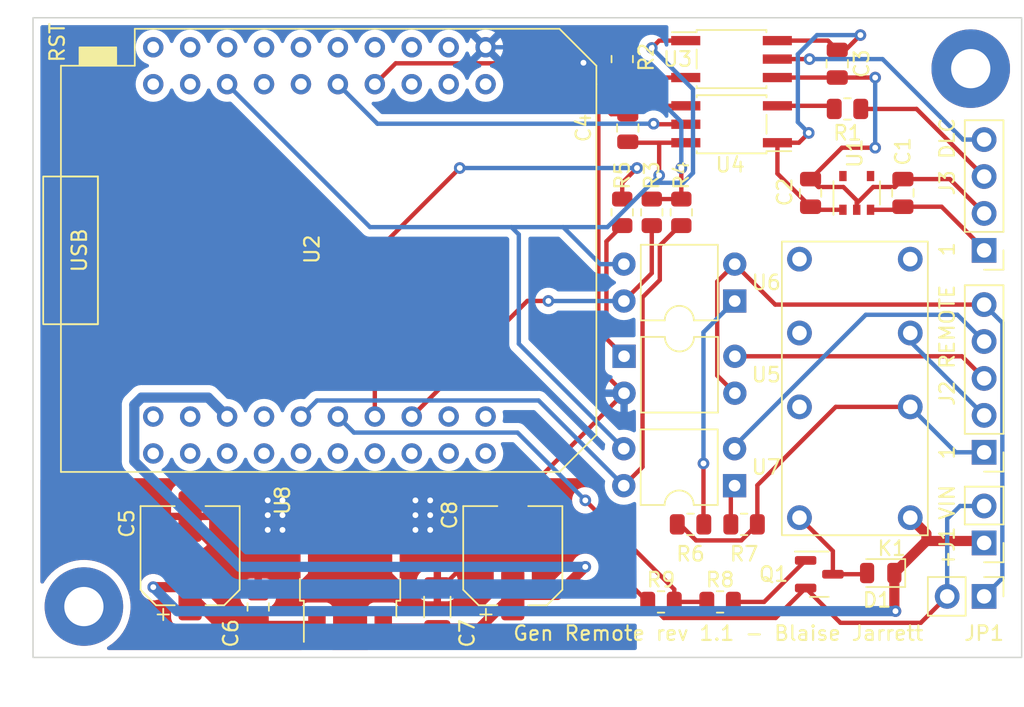
<source format=kicad_pcb>
(kicad_pcb (version 20211014) (generator pcbnew)
  (layers (0 "F.Cu" signal) (31 "B.Cu" signal) (34 "B.Paste" user) (35 "F.Paste" user) (36 "B.SilkS" user "B.Silkscreen") (37 "F.SilkS" user "F.Silkscreen") (38 "B.Mask" user) (39 "F.Mask" user) (44 "Edge.Cuts" user))
  (net 0 "")
  (net 1 "/DLC_BATT")
  (net 2 "/DLC_GND")
  (net 3 "Net-(C2-Pad1)")
  (net 4 "/G_TXD")
  (net 5 "Net-(R2-Pad1)")
  (net 6 "/SW_IO")
  (net 7 "Net-(R7-Pad2)")
  (net 19 "Net-(R5-Pad2)")
  (net 20 "/S_STRT")
  (net 25 "GND")
  (net 27 "/G_RXD")
  (net 28 "/S_IND")
  (net 29 "/S_GND")
  (net 30 "/STOP_IO")
  (net 31 "/START_IO")
  (net 32 "+BATT")
  (net 33 "VCC")
  (net 34 "Net-(Q1-Pad1)")
  (net 37 "/RUN_IO")
  (net 38 "+3V3")
  (net 39 "Net-(R6-Pad2)")
  (net 40 "/TDX_IO")
  (net 41 "/RXD_IO")
  (net 57 "Net-(J2-Pad1)")
  (net 58 "Net-(J2-Pad2)")
  (net 59 "Net-(D1-Pad2)")
  (net 60 "Net-(U4-Pad3)")
  (footprint "Capacitor_SMD:C_0805_2012Metric" (layer "F.Cu") (at 119.634 82.992 90)
    (fp_text reference "C2" (at 0.061 -1.778 90) (layer "F.SilkS"))
    (fp_text value "1uF")
    (pad "1" smd roundrect locked (at -0.95 0 90) (size 1 1.45) (layers "F.Cu" "F.Paste" "F.Mask") (net 3 "Net-(C2-Pad1)"))
    (pad "2" smd roundrect locked (at 0.95 0 90) (size 1 1.45) (layers "F.Cu" "F.Paste" "F.Mask") (net 2 "/DLC_GND"))
  )
  (footprint "Resistor_SMD:R_0805_2012Metric" (layer "F.Cu") (at 110.744 84.328 -90)
    (fp_text reference "R4" (at -2.54 0 90) (layer "F.SilkS"))
    (fp_text value "4k7" hide)
    (pad "1" smd roundrect locked (at -0.9125 0 270) (size 1.025 1.4) (layers "F.Cu" "F.Paste" "F.Mask") (roundrect_rratio 0.243902439) (net 25 "GND"))
    (pad "2" smd roundrect locked (at 0.9125 0 270) (size 1.025 1.4) (layers "F.Cu" "F.Paste" "F.Mask") (roundrect_rratio 0.243902439) (net 37 "/RUN_IO"))
  )
  (footprint "Connector_PinHeader_2.54mm:PinHeader_1x04_P2.54mm_Vertical" (layer "F.Cu") (at 131.572 86.944 180)
    (fp_text reference "J3" (at 2.54 4.648 90) (layer "F.SilkS"))
    (fp_text value "DLC" (at 2.54 7.696 90) (layer "F.SilkS"))
    (pad "1" thru_hole rect locked (at 0 0 180) (size 1.7 1.7) (drill 1) (layers *.Cu *.Mask) (net 1 "/DLC_BATT"))
    (pad "2" thru_hole oval locked (at 0 2.54 180) (size 1.7 1.7) (drill 1) (layers *.Cu *.Mask) (net 2 "/DLC_GND"))
    (pad "3" thru_hole oval locked (at 0 5.08 180) (size 1.7 1.7) (drill 1) (layers *.Cu *.Mask) (net 4 "/G_TXD"))
    (pad "4" thru_hole oval locked (at 0 7.62 180) (size 1.7 1.7) (drill 1) (layers *.Cu *.Mask) (net 27 "/G_RXD"))
  )
  (footprint "Package_SO:TSOP-5_1.65x3.05mm_P0.95mm" (layer "F.Cu") (at 122.809 82.992 90)
    (fp_text reference "U1" (at 2.728 -0.127 90) (layer "F.SilkS"))
    (fp_text value "NCP716B-5.0")
    (pad "1" smd rect locked (at -1.16 -0.95 90) (size 0.7 0.51) (layers "F.Cu" "F.Paste" "F.Mask") (net 3 "Net-(C2-Pad1)"))
    (pad "2" smd rect locked (at -1.16 0 90) (size 0.7 0.51) (layers "F.Cu" "F.Paste" "F.Mask") (net 2 "/DLC_GND"))
    (pad "3" smd rect locked (at -1.16 0.95 90) (size 0.7 0.51) (layers "F.Cu" "F.Paste" "F.Mask") (net 1 "/DLC_BATT"))
    (pad "4" smd rect locked (at 1.16 0.95 90) (size 0.7 0.51) (layers "F.Cu" "F.Paste" "F.Mask"))
    (pad "5" smd rect locked (at 1.16 -0.95 90) (size 0.7 0.51) (layers "F.Cu" "F.Paste" "F.Mask"))
  )
  (footprint "Resistor_SMD:R_0805_2012Metric" (layer "F.Cu") (at 113.411 111.125)
    (fp_text reference "R8" (at 0 -1.524) (layer "F.SilkS"))
    (fp_text value "1k")
    (pad "1" smd roundrect locked (at -0.9125 0) (size 1.025 1.4) (layers "F.Cu" "F.Paste" "F.Mask") (roundrect_rratio 0.243902439) (net 30 "/STOP_IO"))
    (pad "2" smd roundrect locked (at 0.9125 0) (size 1.025 1.4) (layers "F.Cu" "F.Paste" "F.Mask") (roundrect_rratio 0.243902439) (net 34 "Net-(Q1-Pad1)"))
  )
  (footprint "Resistor_SMD:R_0805_2012Metric" (layer "F.Cu") (at 115.062 105.791 180)
    (fp_text reference "R7" (at 0 -2.032) (layer "F.SilkS"))
    (fp_text value "1k")
    (pad "1" smd roundrect locked (at -0.9125 0 180) (size 1.025 1.4) (layers "F.Cu" "F.Paste" "F.Mask") (roundrect_rratio 0.243902439) (net 57 "Net-(J2-Pad1)"))
    (pad "2" smd roundrect locked (at 0.9125 0 180) (size 1.025 1.4) (layers "F.Cu" "F.Paste" "F.Mask") (roundrect_rratio 0.243902439) (net 7 "Net-(R7-Pad2)"))
  )
  (footprint "Resistor_SMD:R_0805_2012Metric" (layer "F.Cu") (at 108.712 84.328 -90)
    (fp_text reference "R3" (at -2.54 0 90) (layer "F.SilkS"))
    (fp_text value "4k7" hide)
    (pad "1" smd roundrect locked (at -0.9125 0 270) (size 1.025 1.4) (layers "F.Cu" "F.Paste" "F.Mask") (roundrect_rratio 0.243902439) (net 25 "GND"))
    (pad "2" smd roundrect locked (at 0.9125 0 270) (size 1.025 1.4) (layers "F.Cu" "F.Paste" "F.Mask") (roundrect_rratio 0.243902439) (net 6 "/SW_IO"))
  )
  (footprint "ESP32_mini:ESP32_mini" (layer "F.Cu") (at 85.852 86.944 -90)
    (fp_text reference "U2" (at -0.076 0.508 90) (layer "F.SilkS"))
    (fp_text value "esp32mini")
    (fp_text user "RST" (at -14.3 18.034 90) (layer "F.SilkS"))
    (fp_text user "USB" (at 0 16.51 90) (layer "F.SilkS"))
    (pad "1" thru_hole circle (at -13.97 -11.43 180) (size 1.4 1.4) (drill 0.8) (layers *.Cu *.Mask) (net 25 "GND"))
    (pad "2" thru_hole circle (at -11.43 -11.43 180) (size 1.4 1.4) (drill 0.8) (layers *.Cu *.Mask))
    (pad "3" thru_hole circle (at -13.97 -8.89 180) (size 1.4 1.4) (drill 0.8) (layers *.Cu *.Mask))
    (pad "4" thru_hole circle (at -11.43 -8.89 180) (size 1.4 1.4) (drill 0.8) (layers *.Cu *.Mask))
    (pad "5" thru_hole circle (at -13.97 -6.35 180) (size 1.4 1.4) (drill 0.8) (layers *.Cu *.Mask))
    (pad "6" thru_hole circle (at -11.43 -6.35 180) (size 1.4 1.4) (drill 0.8) (layers *.Cu *.Mask))
    (pad "7" thru_hole circle (at -13.97 -3.81 180) (size 1.4 1.4) (drill 0.8) (layers *.Cu *.Mask))
    (pad "8" thru_hole circle (at -11.43 -3.81 180) (size 1.4 1.4) (drill 0.8) (layers *.Cu *.Mask) (net 40 "/TDX_IO"))
    (pad "9" thru_hole circle (at -13.97 -1.27 180) (size 1.4 1.4) (drill 0.8) (layers *.Cu *.Mask))
    (pad "10" thru_hole circle (at -11.43 -1.27 180) (size 1.4 1.4) (drill 0.8) (layers *.Cu *.Mask) (net 41 "/RXD_IO"))
    (pad "11" thru_hole circle (at -13.97 1.27 180) (size 1.4 1.4) (drill 0.8) (layers *.Cu *.Mask))
    (pad "12" thru_hole circle (at -11.43 1.27 180) (size 1.4 1.4) (drill 0.8) (layers *.Cu *.Mask))
    (pad "13" thru_hole circle (at -13.97 3.81 180) (size 1.4 1.4) (drill 0.8) (layers *.Cu *.Mask))
    (pad "14" thru_hole circle (at -11.43 3.81 180) (size 1.4 1.4) (drill 0.8) (layers *.Cu *.Mask))
    (pad "15" thru_hole circle (at -13.97 6.35 180) (size 1.4 1.4) (drill 0.8) (layers *.Cu *.Mask))
    (pad "16" thru_hole circle (at -11.43 6.35 180) (size 1.4 1.4) (drill 0.8) (layers *.Cu *.Mask) (net 38 "+3V3"))
    (pad "17" thru_hole circle (at -13.97 8.89 180) (size 1.4 1.4) (drill 0.8) (layers *.Cu *.Mask))
    (pad "18" thru_hole circle (at -11.43 8.89 180) (size 1.4 1.4) (drill 0.8) (layers *.Cu *.Mask))
    (pad "19" thru_hole circle (at -13.97 11.43 180) (size 1.4 1.4) (drill 0.8) (layers *.Cu *.Mask))
    (pad "20" thru_hole circle (at -11.43 11.43 180) (size 1.4 1.4) (drill 0.8) (layers *.Cu *.Mask))
    (pad "21" thru_hole circle (at 11.43 -11.43 180) (size 1.4 1.4) (drill 0.8) (layers *.Cu *.Mask))
    (pad "22" thru_hole circle (at 13.97 -11.43 180) (size 1.4 1.4) (drill 0.8) (layers *.Cu *.Mask))
    (pad "23" thru_hole circle (at 11.43 -8.89 180) (size 1.4 1.4) (drill 0.8) (layers *.Cu *.Mask))
    (pad "24" thru_hole circle (at 13.97 -8.89 180) (size 1.4 1.4) (drill 0.8) (layers *.Cu *.Mask))
    (pad "25" thru_hole circle (at 11.43 -6.35 180) (size 1.4 1.4) (drill 0.8) (layers *.Cu *.Mask) (net 6 "/SW_IO"))
    (pad "26" thru_hole circle (at 13.97 -6.35 180) (size 1.4 1.4) (drill 0.8) (layers *.Cu *.Mask))
    (pad "27" thru_hole circle (at 11.43 -3.81 180) (size 1.4 1.4) (drill 0.8) (layers *.Cu *.Mask) (net 31 "/START_IO"))
    (pad "28" thru_hole circle (at 13.97 -3.81 180) (size 1.4 1.4) (drill 0.8) (layers *.Cu *.Mask))
    (pad "29" thru_hole circle (at 11.43 -1.27 180) (size 1.4 1.4) (drill 0.8) (layers *.Cu *.Mask) (net 30 "/STOP_IO"))
    (pad "30" thru_hole circle (at 13.97 -1.27 180) (size 1.4 1.4) (drill 0.8) (layers *.Cu *.Mask))
    (pad "31" thru_hole circle (at 11.43 1.27 180) (size 1.4 1.4) (drill 0.8) (layers *.Cu *.Mask) (net 37 "/RUN_IO"))
    (pad "32" thru_hole circle (at 13.97 1.27 180) (size 1.4 1.4) (drill 0.8) (layers *.Cu *.Mask))
    (pad "33" thru_hole circle (at 11.43 3.81 180) (size 1.4 1.4) (drill 0.8) (layers *.Cu *.Mask))
    (pad "34" thru_hole circle (at 13.97 3.81 180) (size 1.4 1.4) (drill 0.8) (layers *.Cu *.Mask))
    (pad "35" thru_hole circle (at 11.43 6.35 180) (size 1.4 1.4) (drill 0.8) (layers *.Cu *.Mask) (net 33 "VCC"))
    (pad "36" thru_hole circle (at 13.97 6.35 180) (size 1.4 1.4) (drill 0.8) (layers *.Cu *.Mask))
    (pad "37" thru_hole circle (at 11.43 8.89 180) (size 1.4 1.4) (drill 0.8) (layers *.Cu *.Mask))
    (pad "38" thru_hole circle (at 13.97 8.89 180) (size 1.4 1.4) (drill 0.8) (layers *.Cu *.Mask))
    (pad "39" thru_hole circle (at 11.43 11.43 180) (size 1.4 1.4) (drill 0.8) (layers *.Cu *.Mask))
    (pad "40" thru_hole circle (at 13.97 11.43 180) (size 1.4 1.4) (drill 0.8) (layers *.Cu *.Mask))
  )
  (footprint "Capacitor_SMD:C_0805_2012Metric" (layer "F.Cu") (at 107.061 78.524489 90)
    (fp_text reference "C4" (at 0 -3.048 90) (layer "F.SilkS"))
    (fp_text value "0.1uF")
    (pad "1" smd roundrect locked (at -0.95 0 90) (size 1 1.45) (layers "F.Cu" "F.Paste" "F.Mask") (net 38 "+3V3"))
    (pad "2" smd roundrect locked (at 0.95 0 90) (size 1 1.45) (layers "F.Cu" "F.Paste" "F.Mask") (net 25 "GND"))
  )
  (footprint "Resistor_SMD:R_0805_2012Metric" (layer "F.Cu") (at 106.68 84.328 -90)
    (fp_text reference "R5" (at -2.54 0 90) (layer "F.SilkS"))
    (fp_text value "220" hide)
    (pad "1" smd roundrect locked (at -0.9125 0 270) (size 1.025 1.4) (layers "F.Cu" "F.Paste" "F.Mask") (roundrect_rratio 0.243902439) (net 31 "/START_IO"))
    (pad "2" smd roundrect locked (at 0.9125 0 270) (size 1.025 1.4) (layers "F.Cu" "F.Paste" "F.Mask") (roundrect_rratio 0.243902439) (net 19 "Net-(R5-Pad2)"))
  )
  (footprint "Capacitor_SMD:C_0805_2012Metric" (layer "F.Cu") (at 81.642 111.474 90)
    (fp_text reference "C6" (at -1.81 -1.886 90) (layer "F.SilkS"))
    (fp_text value "0.1uF")
    (pad "1" smd roundrect locked (at -0.95 0 90) (size 1 1.45) (layers "F.Cu" "F.Paste" "F.Mask") (net 32 "+BATT"))
    (pad "2" smd roundrect locked (at 0.95 0 90) (size 1 1.45) (layers "F.Cu" "F.Paste" "F.Mask") (net 25 "GND"))
  )
  (footprint "Diode_SMD:D_0805_2012Metric" (layer "F.Cu") (at 124.46 109.139 180)
    (fp_text reference "D1" (at 0.254 -1.859) (layer "F.SilkS"))
    (fp_text value "D_Schottky")
    (pad "1" smd roundrect locked (at -0.9375 0 180) (size 0.975 1.4) (layers "F.Cu" "F.Paste" "F.Mask") (net 32 "+BATT"))
    (pad "2" smd roundrect locked (at 0.9375 0 180) (size 0.975 1.4) (layers "F.Cu" "F.Paste" "F.Mask") (net 59 "Net-(D1-Pad2)"))
  )
  (footprint "Capacitor_SMD:C_0805_2012Metric" (layer "F.Cu") (at 125.984 82.992 90)
    (fp_text reference "C1" (at 2.855 0 90) (layer "F.SilkS"))
    (fp_text value "1uF")
    (pad "1" smd roundrect locked (at -0.95 0 90) (size 1 1.45) (layers "F.Cu" "F.Paste" "F.Mask") (net 1 "/DLC_BATT"))
    (pad "2" smd roundrect locked (at 0.95 0 90) (size 1 1.45) (layers "F.Cu" "F.Paste" "F.Mask") (net 2 "/DLC_GND"))
  )
  (footprint "Package_SO:SO-5_4.4x3.6mm_P1.27mm" (layer "F.Cu") (at 114.204511 78.270489 180)
    (fp_text reference "U4" (at 0.1 -2.794) (layer "F.SilkS"))
    (fp_text value "TLP2312")
    (pad "1" smd rect locked (at -3.15 -1.27 180) (size 2 0.64) (layers "F.Cu" "F.Paste" "F.Mask") (net 3 "Net-(C2-Pad1)"))
    (pad "3" smd rect locked (at -3.15 1.27 180) (size 2 0.64) (layers "F.Cu" "F.Paste" "F.Mask") (net 60 "Net-(U4-Pad3)"))
    (pad "4" smd rect locked (at 3.15 1.27 180) (size 2 0.64) (layers "F.Cu" "F.Paste" "F.Mask") (net 25 "GND"))
    (pad "5" smd rect locked (at 3.15 0 180) (size 2 0.64) (layers "F.Cu" "F.Paste" "F.Mask") (net 41 "/RXD_IO"))
    (pad "6" smd rect locked (at 3.15 -1.27 180) (size 2 0.64) (layers "F.Cu" "F.Paste" "F.Mask") (net 38 "+3V3"))
  )
  (footprint "Capacitor_SMD:C_1206_3216Metric" (layer "F.Cu") (at 93.962 111.474 90)
    (fp_text reference "C7" (at -1.81 2.05 90) (layer "F.SilkS"))
    (fp_text value "10uF")
    (pad "1" smd roundrect locked (at -1.475 0 90) (size 1.15 1.8) (layers "F.Cu" "F.Paste" "F.Mask") (roundrect_rratio 0.2173913043) (net 33 "VCC"))
    (pad "2" smd roundrect locked (at 1.475 0 90) (size 1.15 1.8) (layers "F.Cu" "F.Paste" "F.Mask") (roundrect_rratio 0.2173913043) (net 25 "GND"))
  )
  (footprint "Capacitor_SMD:C_0805_2012Metric" (layer "F.Cu") (at 121.469 74.107 -90)
    (fp_text reference "C3" (at 0 -1.68 90) (layer "F.SilkS"))
    (fp_text value "0.1uF")
    (pad "1" smd roundrect locked (at -0.95 0 270) (size 1 1.45) (layers "F.Cu" "F.Paste" "F.Mask") (net 3 "Net-(C2-Pad1)"))
    (pad "2" smd roundrect locked (at 0.95 0 270) (size 1 1.45) (layers "F.Cu" "F.Paste" "F.Mask") (net 2 "/DLC_GND"))
  )
  (footprint "Package_DIP:DIP-4_W7.62mm" (layer "F.Cu") (at 114.407 103.129 180)
    (fp_text reference "U7" (at -2.179 1.275) (layer "F.SilkS"))
    (fp_text value "G3VM-61A1")
    (pad "1" thru_hole rect locked (at 0 0 180) (size 1.6 1.6) (drill 0.8) (layers *.Cu *.Mask) (net 7 "Net-(R7-Pad2)"))
    (pad "2" thru_hole oval locked (at 0 2.54 180) (size 1.6 1.6) (drill 0.8) (layers *.Cu *.Mask) (net 28 "/S_IND"))
    (pad "3" thru_hole oval locked (at 7.62 2.54 180) (size 1.6 1.6) (drill 0.8) (layers *.Cu *.Mask) (net 38 "+3V3"))
    (pad "4" thru_hole oval locked (at 7.62 0 180) (size 1.6 1.6) (drill 0.8) (layers *.Cu *.Mask) (net 37 "/RUN_IO"))
  )
  (footprint "MountingHole:MountingHole_2.7mm_M2.5_Pad" (layer "F.Cu") (at 130.652 74.444 180)
    (fp_text reference "REF**" hide)
    (fp_text value "MountingHole_2.7mm_M2.5_Pad" hide)
    (pad "1" thru_hole circle locked (at 0 0 180) (size 5.4 5.4) (drill 2.7) (layers *.Cu *.Mask))
  )
  (footprint "Package_TO_SOT_SMD:SOT-23" (layer "F.Cu") (at 120.232 109.22)
    (fp_text reference "Q1" (at -3.138 0) (layer "F.SilkS"))
    (fp_text value "NPN")
    (pad "1" smd roundrect locked (at -0.9375 -0.95) (size 1.475 0.6) (layers "F.Cu" "F.Paste" "F.Mask") (net 34 "Net-(Q1-Pad1)"))
    (pad "2" smd roundrect locked (at -0.9375 0.95) (size 1.475 0.6) (layers "F.Cu" "F.Paste" "F.Mask") (net 25 "GND"))
    (pad "3" smd roundrect locked (at 0.9375 0) (size 1.475 0.6) (layers "F.Cu" "F.Paste" "F.Mask") (net 59 "Net-(D1-Pad2)"))
  )
  (footprint "Capacitor_SMD:CP_Elec_6.3x5.8" (layer "F.Cu") (at 99.152 107.944 90)
    (fp_text reference "C8" (at 2.788 -4.35 90) (layer "F.SilkS"))
    (fp_text value "100uF")
    (pad "1" smd roundrect locked (at -2.7 0 90) (size 3.5 1.6) (layers "F.Cu" "F.Paste" "F.Mask") (roundrect_rratio 0.15625) (net 33 "VCC"))
    (pad "2" smd roundrect locked (at 2.7 0 90) (size 3.5 1.6) (layers "F.Cu" "F.Paste" "F.Mask") (roundrect_rratio 0.15625) (net 25 "GND"))
  )
  (footprint "Connector_PinHeader_2.54mm:PinHeader_1x05_P2.54mm_Vertical" (layer "F.Cu") (at 131.572 100.833 180)
    (fp_text reference "J2" (at 2.54 4.059 90) (layer "F.SilkS"))
    (fp_text value "REMOTE" (at 2.54 8.631 90) (layer "F.SilkS"))
    (pad "1" thru_hole rect locked (at 0 0 180) (size 1.7 1.7) (drill 1) (layers *.Cu *.Mask) (net 57 "Net-(J2-Pad1)"))
    (pad "2" thru_hole oval locked (at 0 2.54 180) (size 1.7 1.7) (drill 1) (layers *.Cu *.Mask) (net 58 "Net-(J2-Pad2)"))
    (pad "3" thru_hole oval locked (at 0 5.08 180) (size 1.7 1.7) (drill 1) (layers *.Cu *.Mask) (net 20 "/S_STRT"))
    (pad "4" thru_hole oval locked (at 0 7.62 180) (size 1.7 1.7) (drill 1) (layers *.Cu *.Mask) (net 28 "/S_IND"))
    (pad "5" thru_hole oval locked (at 0 10.16 180) (size 1.7 1.7) (drill 1) (layers *.Cu *.Mask) (net 29 "/S_GND"))
  )
  (footprint "Connector_PinHeader_2.54mm:PinHeader_1x02_P2.54mm_Vertical" (layer "F.Cu") (at 131.572 107.066 180)
    (fp_text reference "J1" (at 2.54 0.254 90) (layer "F.SilkS"))
    (fp_text value "VIN" (at 2.54 2.794 90) (layer "F.SilkS"))
    (pad "1" thru_hole rect locked (at 0 0 180) (size 1.7 1.7) (drill 1) (layers *.Cu *.Mask) (net 32 "+BATT"))
    (pad "2" thru_hole oval locked (at 0 2.54 180) (size 1.7 1.7) (drill 1) (layers *.Cu *.Mask) (net 25 "GND"))
  )
  (footprint "Connector_PinHeader_2.54mm:PinHeader_1x02_P2.54mm_Vertical" (layer "F.Cu") (at 131.572 110.744 -90)
    (fp_text reference "JP1" (at 2.54 0) (layer "F.SilkS"))
    (fp_text value "GND")
    (pad "1" thru_hole rect locked (at 0 0 270) (size 1.7 1.7) (drill 1) (layers *.Cu *.Mask) (net 29 "/S_GND"))
    (pad "2" thru_hole oval locked (at 0 2.54 270) (size 1.7 1.7) (drill 1) (layers *.Cu *.Mask) (net 25 "GND"))
  )
  (footprint "Resistor_SMD:R_0805_2012Metric" (layer "F.Cu") (at 109.347 111.125 180)
    (fp_text reference "R9" (at 0 1.524) (layer "F.SilkS"))
    (fp_text value "10k")
    (pad "1" smd roundrect locked (at -0.9125 0 180) (size 1.025 1.4) (layers "F.Cu" "F.Paste" "F.Mask") (roundrect_rratio 0.243902439) (net 30 "/STOP_IO"))
    (pad "2" smd roundrect locked (at 0.9125 0 180) (size 1.025 1.4) (layers "F.Cu" "F.Paste" "F.Mask") (roundrect_rratio 0.243902439) (net 25 "GND"))
  )
  (footprint "Package_DIP:DIP-4_W7.62mm" (layer "F.Cu") (at 114.417 90.429 180)
    (fp_text reference "U6" (at -2.169 1.275) (layer "F.SilkS"))
    (fp_text value "G3VM-61A1")
    (pad "1" thru_hole rect locked (at 0 0 180) (size 1.6 1.6) (drill 0.8) (layers *.Cu *.Mask) (net 39 "Net-(R6-Pad2)"))
    (pad "2" thru_hole oval locked (at 0 2.54 180) (size 1.6 1.6) (drill 0.8) (layers *.Cu *.Mask) (net 29 "/S_GND"))
    (pad "3" thru_hole oval locked (at 7.62 2.54 180) (size 1.6 1.6) (drill 0.8) (layers *.Cu *.Mask) (net 38 "+3V3"))
    (pad "4" thru_hole oval locked (at 7.62 0 180) (size 1.6 1.6) (drill 0.8) (layers *.Cu *.Mask) (net 6 "/SW_IO"))
  )
  (footprint "misc_parts:V23105A5003A201" (layer "F.Cu") (at 126.492 105.329 180)
    (fp_text reference "K1" (at 1.27 -2.113) (layer "F.SilkS"))
    (fp_text value "V23105A5003A201")
    (pad "1" thru_hole circle (at 0 0 180) (size 1.7 1.7) (drill 1) (layers *.Cu *.Mask) (net 32 "+BATT"))
    (pad "4" thru_hole circle (at 0 7.62 180) (size 1.7 1.7) (drill 1) (layers *.Cu *.Mask) (net 57 "Net-(J2-Pad1)"))
    (pad "6" thru_hole circle (at 0 12.7 180) (size 1.7 1.7) (drill 1) (layers *.Cu *.Mask) (net 58 "Net-(J2-Pad2)"))
    (pad "8" thru_hole circle (at 0 17.78 180) (size 1.7 1.7) (drill 1) (layers *.Cu *.Mask))
    (pad "9" thru_hole circle (at 7.62 17.78 180) (size 1.7 1.7) (drill 1) (layers *.Cu *.Mask))
    (pad "11" thru_hole circle (at 7.62 12.7 180) (size 1.7 1.7) (drill 1) (layers *.Cu *.Mask))
    (pad "13" thru_hole circle (at 7.62 7.62 180) (size 1.7 1.7) (drill 1) (layers *.Cu *.Mask))
    (pad "16" thru_hole circle (at 7.62 0 180) (size 1.7 1.7) (drill 1) (layers *.Cu *.Mask) (net 59 "Net-(D1-Pad2)"))
  )
  (footprint "Resistor_SMD:R_0805_2012Metric" (layer "F.Cu") (at 122.174 77.216 180)
    (fp_text reference "R1" (at 0 -1.65) (layer "F.SilkS"))
    (fp_text value "1k")
    (pad "1" smd roundrect locked (at -0.9125 0 180) (size 1.025 1.4) (layers "F.Cu" "F.Paste" "F.Mask") (roundrect_rratio 0.243902439) (net 4 "/G_TXD"))
    (pad "2" smd roundrect locked (at 0.9125 0 180) (size 1.025 1.4) (layers "F.Cu" "F.Paste" "F.Mask") (roundrect_rratio 0.243902439) (net 60 "Net-(U4-Pad3)"))
  )
  (footprint "Package_DIP:DIP-4_W7.62mm" (layer "F.Cu") (at 106.807 94.229)
    (fp_text reference "U5" (at 9.779 1.275) (layer "F.SilkS"))
    (fp_text value "G3VM-61A1")
    (pad "1" thru_hole rect locked (at 0 0) (size 1.6 1.6) (drill 0.8) (layers *.Cu *.Mask) (net 19 "Net-(R5-Pad2)"))
    (pad "2" thru_hole oval locked (at 0 2.54) (size 1.6 1.6) (drill 0.8) (layers *.Cu *.Mask) (net 25 "GND"))
    (pad "3" thru_hole oval locked (at 7.62 2.54) (size 1.6 1.6) (drill 0.8) (layers *.Cu *.Mask) (net 29 "/S_GND"))
    (pad "4" thru_hole oval locked (at 7.62 0) (size 1.6 1.6) (drill 0.8) (layers *.Cu *.Mask) (net 20 "/S_STRT"))
  )
  (footprint "MountingHole:MountingHole_2.7mm_M2.5_Pad" (layer "F.Cu") (at 69.652 111.444 180)
    (fp_text reference "REF**" hide)
    (fp_text value "MountingHole_2.7mm_M2.5_Pad" hide)
    (pad "1" thru_hole circle locked (at 0 0 180) (size 5.4 5.4) (drill 2.7) (layers *.Cu *.Mask))
  )
  (footprint "Resistor_SMD:R_0805_2012Metric" (layer "F.Cu") (at 106.68 73.787 90)
    (fp_text reference "R2" (at 0.127 1.651 90) (layer "F.SilkS"))
    (fp_text value "470")
    (pad "1" smd roundrect locked (at -0.9125 0 90) (size 1.025 1.4) (layers "F.Cu" "F.Paste" "F.Mask") (roundrect_rratio 0.243902439) (net 5 "Net-(R2-Pad1)"))
    (pad "2" smd roundrect locked (at 0.9125 0 90) (size 1.025 1.4) (layers "F.Cu" "F.Paste" "F.Mask") (roundrect_rratio 0.243902439) (net 40 "/TDX_IO"))
  )
  (footprint "Resistor_SMD:R_0805_2012Metric" (layer "F.Cu") (at 111.379 105.791)
    (fp_text reference "R6" (at 0 2.032) (layer "F.SilkS"))
    (fp_text value "1k")
    (pad "1" smd roundrect locked (at -0.9125 0) (size 1.025 1.4) (layers "F.Cu" "F.Paste" "F.Mask") (roundrect_rratio 0.243902439) (net 57 "Net-(J2-Pad1)"))
    (pad "2" smd roundrect locked (at 0.9125 0) (size 1.025 1.4) (layers "F.Cu" "F.Paste" "F.Mask") (roundrect_rratio 0.243902439) (net 39 "Net-(R6-Pad2)"))
  )
  (footprint "Package_TO_SOT_SMD:TO-252-2" (layer "F.Cu") (at 87.962 108.574 90)
    (fp_text reference "U8" (at 4.434 -4.65 90) (layer "F.SilkS"))
    (fp_text value "LF50_TO252")
    (pad "1" smd rect locked (at -4.2 -2.28 90) (size 2.2 1.2) (layers "F.Cu" "F.Paste" "F.Mask") (net 32 "+BATT"))
    (pad "2" smd rect locked (at 2.1 0 90) (size 6.4 5.8) (layers "F.Cu" "F.Mask") (net 25 "GND"))
    (pad "3" smd rect locked (at -4.2 2.28 90) (size 2.2 1.2) (layers "F.Cu" "F.Paste" "F.Mask") (net 33 "VCC"))
  )
  (footprint "Package_SO:SO-5_4.4x3.6mm_P1.27mm" (layer "F.Cu") (at 114.198 73.787)
    (fp_text reference "U3" (at -3.708 0) (layer "F.SilkS"))
    (fp_text value "TLP2312")
    (pad "1" smd rect locked (at -3.15 -1.27) (size 2 0.64) (layers "F.Cu" "F.Paste" "F.Mask") (net 38 "+3V3"))
    (pad "3" smd rect locked (at -3.15 1.27) (size 2 0.64) (layers "F.Cu" "F.Paste" "F.Mask") (net 5 "Net-(R2-Pad1)"))
    (pad "4" smd rect locked (at 3.15 1.27) (size 2 0.64) (layers "F.Cu" "F.Paste" "F.Mask") (net 2 "/DLC_GND"))
    (pad "5" smd rect locked (at 3.15 0) (size 2 0.64) (layers "F.Cu" "F.Paste" "F.Mask") (net 27 "/G_RXD"))
    (pad "6" smd rect locked (at 3.15 -1.27) (size 2 0.64) (layers "F.Cu" "F.Paste" "F.Mask") (net 3 "Net-(C2-Pad1)"))
  )
  (footprint "Capacitor_SMD:CP_Elec_6.3x5.8" (layer "F.Cu") (at 76.957 107.944 90)
    (fp_text reference "C5" (at 2.205 -4.35 90) (layer "F.SilkS"))
    (fp_text value "100uF")
    (pad "1" smd roundrect locked (at -2.7 0 90) (size 3.5 1.6) (layers "F.Cu" "F.Paste" "F.Mask") (roundrect_rratio 0.15625) (net 32 "+BATT"))
    (pad "2" smd roundrect locked (at 2.7 0 90) (size 3.5 1.6) (layers "F.Cu" "F.Paste" "F.Mask") (roundrect_rratio 0.15625) (net 25 "GND"))
  )
  (gr_rect (start 134.152 114.944) (end 66.152 70.944) (layer "Edge.Cuts") (width 0.1) (fill none))
  (gr_text "1" (at 129.032 86.868 90) (layer "F.SilkS") (effects (font (size 1 1))))
  (gr_text "Gen Remote rev 1.1 - Blaise Jarrett" (at 113.284 113.284) (layer "F.SilkS") (effects (font (size 1 1))))
  (gr_text "+" (at 129.032 108.204 90) (layer "F.SilkS") (effects (font (size 1 1))))
  (gr_text "1" (at 129.032 100.838 90) (layer "F.SilkS") (effects (font (size 1 1))))
  (segment (start 125.984 83.942) (end 128.646 83.942) (width 0.3) (layer "F.Cu") (net 1))
  (segment (start 131.572 86.868) (end 131.572 86.944) (width 0.3) (layer "F.Cu") (net 1))
  (segment (start 123.759 84.152) (end 125.774 84.152) (width 0.3) (layer "F.Cu") (net 1))
  (segment (start 128.646 83.942) (end 131.572 86.868) (width 0.3) (layer "F.Cu") (net 1))
  (segment (start 125.774 84.152) (end 125.984 83.942) (width 0.3) (layer "F.Cu") (net 1))
  (segment (start 125.440489 82.585511) (end 123.94 82.585511) (width 0.3) (layer "F.Cu") (net 2))
  (segment (start 123.94 82.585511) (end 122.809 83.716511) (width 0.3) (layer "F.Cu") (net 2))
  (segment (start 122.809 84.152) (end 122.809 83.502) (width 0.3) (layer "F.Cu") (net 2))
  (segment (start 125.984 82.042) (end 125.440489 82.585511) (width 0.3) (layer "F.Cu") (net 2))
  (segment (start 119.634 82.042) (end 121.793 79.883) (width 0.3) (layer "F.Cu") (net 2))
  (segment (start 121.793 79.883) (end 124.079 79.883) (width 0.3) (layer "F.Cu") (net 2))
  (segment (start 120.177511 82.585511) (end 119.634 82.042) (width 0.3) (layer "F.Cu") (net 2))
  (segment (start 129.21 82.042) (end 131.572 84.404) (width 0.3) (layer "F.Cu") (net 2))
  (segment (start 121.892511 82.585511) (end 120.177511 82.585511) (width 0.3) (layer "F.Cu") (net 2))
  (segment (start 117.348 75.057) (end 124.079 75.057) (width 0.3) (layer "F.Cu") (net 2))
  (segment (start 125.984 82.042) (end 129.21 82.042) (width 0.3) (layer "F.Cu") (net 2))
  (segment (start 122.809 83.502) (end 121.892511 82.585511) (width 0.3) (layer "F.Cu") (net 2))
  (via (at 124.079 75.057) (size 0.8) (drill 0.4) (layers "F.Cu" "B.Cu") (net 2))
  (via (at 124.079 79.883) (size 0.8) (drill 0.4) (layers "F.Cu" "B.Cu") (net 2))
  (segment (start 124.079 75.057) (end 124.079 79.883) (width 0.3) (layer "B.Cu") (net 2))
  (segment (start 121.469 73.157) (end 122.042 73.157) (width 0.3) (layer "F.Cu") (net 3))
  (segment (start 120.829 72.517) (end 121.469 73.157) (width 0.3) (layer "F.Cu") (net 3))
  (segment (start 117.348 72.517) (end 120.829 72.517) (width 0.3) (layer "F.Cu") (net 3))
  (segment (start 121.859 84.152) (end 119.844 84.152) (width 0.3) (layer "F.Cu") (net 3))
  (segment (start 118.833511 79.540489) (end 119.507 78.867) (width 0.3) (layer "F.Cu") (net 3))
  (segment (start 117.354511 81.662511) (end 117.354511 79.540489) (width 0.3) (layer "F.Cu") (net 3))
  (segment (start 117.354511 79.540489) (end 118.833511 79.540489) (width 0.3) (layer "F.Cu") (net 3))
  (segment (start 122.042 73.157) (end 123.063 72.136) (width 0.3) (layer "F.Cu") (net 3))
  (segment (start 119.844 84.152) (end 119.634 83.942) (width 0.3) (layer "F.Cu") (net 3))
  (segment (start 119.634 83.942) (end 117.354511 81.662511) (width 0.3) (layer "F.Cu") (net 3))
  (via (at 123.063 72.136) (size 0.8) (drill 0.4) (layers "F.Cu" "B.Cu") (net 3))
  (via (at 119.507 78.867) (size 0.8) (drill 0.4) (layers "F.Cu" "B.Cu") (net 3))
  (segment (start 118.760489 78.120489) (end 118.760489 73.454174) (width 0.3) (layer "B.Cu") (net 3))
  (segment (start 120.078663 72.136) (end 123.063 72.136) (width 0.3) (layer "B.Cu") (net 3))
  (segment (start 118.760489 73.454174) (end 120.078663 72.136) (width 0.3) (layer "B.Cu") (net 3))
  (segment (start 119.507 78.867) (end 118.760489 78.120489) (width 0.3) (layer "B.Cu") (net 3))
  (segment (start 123.0865 77.216) (end 126.924 77.216) (width 0.3) (layer "F.Cu") (net 4))
  (segment (start 126.924 77.216) (end 131.572 81.864) (width 0.3) (layer "F.Cu") (net 4))
  (segment (start 111.048 75.057) (end 107.0375 75.057) (width 0.3) (layer "F.Cu") (net 5))
  (segment (start 107.0375 75.057) (end 106.68 74.6995) (width 0.3) (layer "F.Cu") (net 5))
  (segment (start 108.712 85.2405) (end 108.712 88.514) (width 0.3) (layer "F.Cu") (net 6))
  (segment (start 92.202 98.374) (end 100.152 90.424) (width 0.3) (layer "F.Cu") (net 6))
  (segment (start 100.152 90.424) (end 101.6 90.424) (width 0.3) (layer "F.Cu") (net 6))
  (segment (start 108.712 88.514) (end 106.797 90.429) (width 0.3) (layer "F.Cu") (net 6))
  (via (at 101.6 90.424) (size 0.8) (drill 0.4) (layers "F.Cu" "B.Cu") (net 6))
  (segment (start 101.605 90.429) (end 106.797 90.429) (width 0.3) (layer "B.Cu") (net 6))
  (segment (start 101.6 90.424) (end 101.605 90.429) (width 0.3) (layer "B.Cu") (net 6))
  (segment (start 114.1495 105.791) (end 114.1495 103.3865) (width 0.3) (layer "F.Cu") (net 7))
  (segment (start 114.1495 103.3865) (end 114.407 103.129) (width 0.3) (layer "F.Cu") (net 7))
  (segment (start 106.68 85.2405) (end 105.593489 86.327011) (width 0.3) (layer "F.Cu") (net 19))
  (segment (start 105.593489 86.327011) (end 105.593489 93.015489) (width 0.3) (layer "F.Cu") (net 19))
  (segment (start 105.593489 93.015489) (end 106.807 94.229) (width 0.3) (layer "F.Cu") (net 19))
  (segment (start 130.048 94.229) (end 131.572 95.753) (width 0.3) (layer "F.Cu") (net 20))
  (segment (start 114.427 94.229) (end 130.048 94.229) (width 0.3) (layer "F.Cu") (net 20))
  (segment (start 108.712 83.4155) (end 110.744 83.4155) (width 0.3) (layer "F.Cu") (net 25))
  (segment (start 76.957 105.839) (end 81.642 110.524) (width 0.3) (layer "F.Cu") (net 25))
  (segment (start 99.152 104.424) (end 106.807 96.769) (width 0.3) (layer "F.Cu") (net 25))
  (segment (start 107.061 77.574489) (end 105.917427 77.574489) (width 0.3) (layer "F.Cu") (net 25))
  (segment (start 127.212489 112.563511) (end 121.688011 112.563511) (width 0.3) (layer "F.Cu") (net 25))
  (segment (start 117.23598 112.22852) (end 119.2945 110.17) (width 0.3) (layer "F.Cu") (net 25))
  (segment (start 87.962 106.474) (end 91.487 109.999) (width 0.3) (layer "F.Cu") (net 25))
  (segment (start 99.152 105.244) (end 99.152 104.424) (width 0.3) (layer "F.Cu") (net 25))
  (segment (start 87.962 106.474) (end 83.912 110.524) (width 0.3) (layer "F.Cu") (net 25))
  (segment (start 111.054511 77.000489) (end 107.635 77.000489) (width 0.3) (layer "F.Cu") (net 25))
  (segment (start 110.744 81.28) (end 110.744 83.4155) (width 0.3) (layer "F.Cu") (net 25))
  (segment (start 129.032 110.744) (end 127.212489 112.563511) (width 0.3) (layer "F.Cu") (net 25))
  (segment (start 76.957 105.244) (end 76.957 105.839) (width 0.3) (layer "F.Cu") (net 25))
  (segment (start 91.487 109.999) (end 93.962 109.999) (width 0.3) (layer "F.Cu") (net 25))
  (segment (start 102.5535 105.244) (end 99.152 105.244) (width 0.3) (layer "F.Cu") (net 25))
  (segment (start 105.039969 76.697031) (end 105.039969 75.067969) (width 0.3) (layer "F.Cu") (net 25))
  (segment (start 93.962 109.999) (end 94.397 109.999) (width 0.3) (layer "F.Cu") (net 25))
  (segment (start 105.039969 95.001969) (end 105.039969 76.697031) (width 0.3) (layer "F.Cu") (net 25))
  (segment (start 106.807 96.769) (end 105.039969 95.001969) (width 0.3) (layer "F.Cu") (net 25))
  (segment (start 109.53802 112.22852) (end 117.23598 112.22852) (width 0.3) (layer "F.Cu") (net 25))
  (segment (start 105.039969 75.067969) (end 104.013 74.041) (width 0.3) (layer "F.Cu") (net 25))
  (segment (start 105.917427 77.574489) (end 105.039969 76.697031) (width 0.3) (layer "F.Cu") (net 25))
  (segment (start 121.688011 112.563511) (end 119.2945 110.17) (width 0.3) (layer "F.Cu") (net 25))
  (segment (start 94.397 109.999) (end 99.152 105.244) (width 0.3) (layer "F.Cu") (net 25))
  (segment (start 83.912 110.524) (end 81.642 110.524) (width 0.3) (layer "F.Cu") (net 25))
  (segment (start 108.4345 111.125) (end 102.5535 105.244) (width 0.3) (layer "F.Cu") (net 25))
  (segment (start 107.635 77.000489) (end 107.061 77.574489) (width 0.3) (layer "F.Cu") (net 25))
  (segment (start 108.4345 111.125) (end 109.53802 112.22852) (width 0.3) (layer "F.Cu") (net 25))
  (via (at 82.296 104.14) (size 0.8) (drill 0.4) (layers "F.Cu" "B.Cu") (net 25))
  (via (at 82.296 106.172) (size 0.8) (drill 0.4) (layers "F.Cu" "B.Cu") (net 25))
  (via (at 82.296 105.156) (size 0.8) (drill 0.4) (layers "F.Cu" "B.Cu") (net 25))
  (via (at 110.744 81.28) (size 0.8) (drill 0.4) (layers "F.Cu" "B.Cu") (net 25))
  (via (at 92.456 104.14) (size 0.8) (drill 0.4) (layers "F.Cu" "B.Cu") (net 25))
  (via (at 92.456 105.156) (size 0.8) (drill 0.4) (layers "F.Cu" "B.Cu") (net 25))
  (via (at 93.472 106.172) (size 0.8) (drill 0.4) (layers "F.Cu" "B.Cu") (net 25))
  (via (at 93.472 104.14) (size 0.8) (drill 0.4) (layers "F.Cu" "B.Cu") (net 25))
  (via (at 104.013 74.041) (size 0.8) (drill 0.4) (layers "F.Cu" "B.Cu") (net 25))
  (via (at 83.312 104.14) (size 0.8) (drill 0.4) (layers "F.Cu" "B.Cu") (net 25))
  (via (at 92.456 106.172) (size 0.8) (drill 0.4) (layers "F.Cu" "B.Cu") (net 25))
  (via (at 83.312 106.172) (size 0.8) (drill 0.4) (layers "F.Cu" "B.Cu") (net 25))
  (via (at 93.472 105.156) (size 0.8) (drill 0.4) (layers "F.Cu" "B.Cu") (net 25))
  (via (at 83.312 105.156) (size 0.8) (drill 0.4) (layers "F.Cu" "B.Cu") (net 25))
  (segment (start 129.916 104.526) (end 129.032 105.41) (width 0.3) (layer "B.Cu") (net 25))
  (segment (start 131.572 104.526) (end 129.916 104.526) (width 0.3) (layer "B.Cu") (net 25))
  (segment (start 110.744 78.105) (end 110.744 81.28) (width 0.3) (layer "B.Cu") (net 25))
  (segment (start 106.68 74.041) (end 110.744 78.105) (width 0.3) (layer "B.Cu") (net 25))
  (segment (start 102.946 72.974) (end 104.013 74.041) (width 0.3) (layer "B.Cu") (net 25))
  (segment (start 97.282 72.974) (end 102.946 72.974) (width 0.3) (layer "B.Cu") (net 25))
  (segment (start 129.032 105.41) (end 129.032 110.744) (width 0.3) (layer "B.Cu") (net 25))
  (segment (start 104.013 74.041) (end 106.68 74.041) (width 0.3) (layer "B.Cu") (net 25))
  (segment (start 117.348 73.787) (end 119.564 73.787) (width 0.3) (layer "F.Cu") (net 27))
  (via (at 119.564 73.787) (size 0.8) (drill 0.4) (layers "F.Cu" "B.Cu") (net 27))
  (segment (start 131.572 79.324) (end 130.124 79.324) (width 0.3) (layer "B.Cu") (net 27))
  (segment (start 124.587 73.787) (end 119.564 73.787) (width 0.3) (layer "B.Cu") (net 27))
  (segment (start 130.124 79.324) (end 124.587 73.787) (width 0.3) (layer "B.Cu") (net 27))
  (segment (start 114.407 100.401267) (end 114.407 100.589) (width 0.3) (layer "B.Cu") (net 28))
  (segment (start 129.734489 91.375489) (end 123.432778 91.375489) (width 0.3) (layer "B.Cu") (net 28))
  (segment (start 123.432778 91.375489) (end 114.407 100.401267) (width 0.3) (layer "B.Cu") (net 28))
  (segment (start 131.572 93.213) (end 129.734489 91.375489) (width 0.3) (layer "B.Cu") (net 28))
  (segment (start 113.213489 89.092511) (end 114.417 87.889) (width 0.3) (layer "F.Cu") (net 29))
  (segment (start 114.427 96.769) (end 113.213489 95.555489) (width 0.3) (layer "F.Cu") (net 29))
  (segment (start 114.417 87.889) (end 117.201 90.673) (width 0.3) (layer "F.Cu") (net 29))
  (segment (start 113.213489 95.555489) (end 113.213489 89.092511) (width 0.3) (layer "F.Cu") (net 29))
  (segment (start 117.201 90.673) (end 131.572 90.673) (width 0.3) (layer "F.Cu") (net 29))
  (segment (start 132.825511 91.926511) (end 131.572 90.673) (width 0.3) (layer "B.Cu") (net 29))
  (segment (start 131.572 110.744) (end 132.825511 109.490489) (width 0.3) (layer "B.Cu") (net 29))
  (segment (start 132.825511 109.490489) (end 132.825511 91.926511) (width 0.3) (layer "B.Cu") (net 29))
  (segment (start 110.2595 110.2595) (end 110.2595 111.125) (width 0.3) (layer "F.Cu") (net 30))
  (segment (start 104.14 104.14) (end 110.2595 110.2595) (width 0.3) (layer "F.Cu") (net 30))
  (segment (start 110.2595 111.125) (end 112.4985 111.125) (width 0.3) (layer "F.Cu") (net 30))
  (via (at 104.14 104.14) (size 0.8) (drill 0.4) (layers "F.Cu" "B.Cu") (net 30))
  (segment (start 88.225511 99.477511) (end 99.477511 99.477511) (width 0.3) (layer "B.Cu") (net 30))
  (segment (start 87.122 98.374) (end 88.225511 99.477511) (width 0.3) (layer "B.Cu") (net 30))
  (segment (start 99.477511 99.477511) (end 104.14 104.14) (width 0.3) (layer "B.Cu") (net 30))
  (segment (start 95.504 81.28) (end 89.662 87.122) (width 0.3) (layer "F.Cu") (net 31))
  (segment (start 106.68 82.296) (end 107.696 81.28) (width 0.3) (layer "F.Cu") (net 31))
  (segment (start 106.68 83.4155) (end 106.68 82.296) (width 0.3) (layer "F.Cu") (net 31))
  (segment (start 89.662 87.122) (end 89.662 98.374) (width 0.3) (layer "F.Cu") (net 31))
  (via (at 95.504 81.28) (size 0.8) (drill 0.4) (layers "F.Cu" "B.Cu") (net 31))
  (via (at 107.696 81.28) (size 0.8) (drill 0.4) (layers "F.Cu" "B.Cu") (net 31))
  (segment (start 107.696 81.28) (end 95.504 81.28) (width 0.3) (layer "B.Cu") (net 31))
  (segment (start 131.572 106.934) (end 127.6025 106.934) (width 0.7) (layer "F.Cu") (net 32))
  (segment (start 76.422 110.109) (end 76.957 110.644) (width 0.7) (layer "F.Cu") (net 32))
  (segment (start 127.6025 106.4395) (end 126.492 105.329) (width 0.7) (layer "F.Cu") (net 32))
  (segment (start 127.6025 106.934) (end 127.6025 106.4395) (width 0.7) (layer "F.Cu") (net 32))
  (segment (start 81.992 112.774) (end 81.642 112.424) (width 0.7) (layer "F.Cu") (net 32))
  (segment (start 81.642 112.424) (end 78.737 112.424) (width 0.7) (layer "F.Cu") (net 32))
  (segment (start 74.422 110.109) (end 76.422 110.109) (width 0.7) (layer "F.Cu") (net 32))
  (segment (start 127.6025 106.934) (end 125.3975 109.139) (width 0.7) (layer "F.Cu") (net 32))
  (segment (start 125.3975 109.139) (end 125.3975 111.6815) (width 0.7) (layer "F.Cu") (net 32))
  (segment (start 85.682 112.774) (end 81.992 112.774) (width 0.7) (layer "F.Cu") (net 32))
  (segment (start 78.737 112.424) (end 76.957 110.644) (width 0.7) (layer "F.Cu") (net 32))
  (segment (start 125.3975 111.6815) (end 125.476 111.76) (width 0.7) (layer "F.Cu") (net 32))
  (via (at 125.476 111.76) (size 0.8) (drill 0.4) (layers "F.Cu" "B.Cu") (net 32))
  (via (at 74.422 110.109) (size 0.8) (drill 0.4) (layers "F.Cu" "B.Cu") (net 32))
  (segment (start 125.476 111.76) (end 76.073 111.76) (width 0.7) (layer "B.Cu") (net 32))
  (segment (start 76.073 111.76) (end 74.422 110.109) (width 0.7) (layer "B.Cu") (net 32))
  (segment (start 90.417 112.949) (end 90.242 112.774) (width 0.7) (layer "F.Cu") (net 33))
  (segment (start 102.208 110.644) (end 104.14 108.712) (width 0.7) (layer "F.Cu") (net 33))
  (segment (start 93.962 112.949) (end 90.417 112.949) (width 0.7) (layer "F.Cu") (net 33))
  (segment (start 93.962 112.949) (end 96.847 112.949) (width 0.7) (layer "F.Cu") (net 33))
  (segment (start 96.847 112.949) (end 99.152 110.644) (width 0.7) (layer "F.Cu") (net 33))
  (segment (start 99.152 110.644) (end 102.208 110.644) (width 0.7) (layer "F.Cu") (net 33))
  (via (at 104.14 108.712) (size 0.8) (drill 0.4) (layers "F.Cu" "B.Cu") (net 33))
  (segment (start 80.376556 108.712) (end 73.118489 101.453933) (width 0.7) (layer "B.Cu") (net 33))
  (segment (start 73.118489 101.453933) (end 73.118489 97.569511) (width 0.7) (layer "B.Cu") (net 33))
  (segment (start 73.118489 97.569511) (end 73.617511 97.070489) (width 0.7) (layer "B.Cu") (net 33))
  (segment (start 104.14 108.712) (end 80.376556 108.712) (width 0.7) (layer "B.Cu") (net 33))
  (segment (start 78.198489 97.070489) (end 79.502 98.374) (width 0.7) (layer "B.Cu") (net 33))
  (segment (start 73.617511 97.070489) (end 78.198489 97.070489) (width 0.7) (layer "B.Cu") (net 33))
  (segment (start 116.4395 111.125) (end 119.2945 108.27) (width 0.3) (layer "F.Cu") (net 34))
  (segment (start 114.3235 111.125) (end 116.4395 111.125) (width 0.3) (layer "F.Cu") (net 34))
  (segment (start 108.077 90.17) (end 109.26552 88.98148) (width 0.3) (layer "F.Cu") (net 37))
  (segment (start 110.63902 85.2405) (end 110.744 85.2405) (width 0.3) (layer "F.Cu") (net 37))
  (segment (start 109.26552 88.98148) (end 109.26552 86.614) (width 0.3) (layer "F.Cu") (net 37))
  (segment (start 106.787 103.129) (end 108.077 101.839) (width 0.3) (layer "F.Cu") (net 37))
  (segment (start 108.077 101.839) (end 108.077 90.17) (width 0.3) (layer "F.Cu") (net 37))
  (segment (start 109.26552 86.614) (end 110.63902 85.2405) (width 0.3) (layer "F.Cu") (net 37))
  (segment (start 100.928489 97.270489) (end 85.685511 97.270489) (width 0.3) (layer "B.Cu") (net 37))
  (segment (start 106.787 103.129) (end 100.928489 97.270489) (width 0.3) (layer "B.Cu") (net 37))
  (segment (start 85.685511 97.270489) (end 84.582 98.374) (width 0.3) (layer "B.Cu") (net 37))
  (segment (start 107.127 79.540489) (end 107.061 79.474489) (width 0.3) (layer "F.Cu") (net 38))
  (segment (start 109.22 81.788) (end 109.22 79.578978) (width 0.3) (layer "F.Cu") (net 38))
  (segment (start 109.181511 79.540489) (end 107.127 79.540489) (width 0.3) (layer "F.Cu") (net 38))
  (segment (start 109.22 79.578978) (end 109.181511 79.540489) (width 0.3) (layer "F.Cu") (net 38))
  (segment (start 109.22 72.517) (end 108.712 73.025) (width 0.3) (layer "F.Cu") (net 38))
  (segment (start 111.054511 79.540489) (end 109.181511 79.540489) (width 0.3) (layer "F.Cu") (net 38))
  (segment (start 111.048 72.517) (end 109.22 72.517) (width 0.3) (layer "F.Cu") (net 38))
  (via (at 109.22 81.788) (size 0.8) (drill 0.4) (layers "F.Cu" "B.Cu") (net 38))
  (via (at 108.712 73.025) (size 0.8) (drill 0.4) (layers "F.Cu" "B.Cu") (net 38))
  (segment (start 102.616 85.344) (end 105.664 85.344) (width 0.3) (layer "B.Cu") (net 38))
  (segment (start 99.06 85.344) (end 89.332 85.344) (width 0.3) (layer "B.Cu") (net 38))
  (segment (start 111.547511 81.619489) (end 110.871 82.296) (width 0.3) (layer "B.Cu") (net 38))
  (segment (start 105.161 87.889) (end 102.616 85.344) (width 0.3) (layer "B.Cu") (net 38))
  (segment (start 108.712 73.025) (end 111.547511 75.860511) (width 0.3) (layer "B.Cu") (net 38))
  (segment (start 106.797 87.889) (end 105.161 87.889) (width 0.3) (layer "B.Cu") (net 38))
  (segment (start 99.568 93.37) (end 99.568 85.852) (width 0.3) (layer "B.Cu") (net 38))
  (segment (start 106.787 100.589) (end 99.568 93.37) (width 0.3) (layer "B.Cu") (net 38))
  (segment (start 89.332 85.344) (end 79.502 75.514) (width 0.3) (layer "B.Cu") (net 38))
  (segment (start 105.664 85.344) (end 109.22 81.788) (width 0.3) (layer "B.Cu") (net 38))
  (segment (start 111.547511 75.860511) (end 111.547511 81.619489) (width 0.3) (layer "B.Cu") (net 38))
  (segment (start 99.568 85.852) (end 99.06 85.344) (width 0.3) (layer "B.Cu") (net 38))
  (segment (start 102.616 85.344) (end 99.06 85.344) (width 0.3) (layer "B.Cu") (net 38))
  (segment (start 110.871 82.296) (end 108.712 82.296) (width 0.3) (layer "B.Cu") (net 38))
  (segment (start 112.268 101.6) (end 112.268 105.7675) (width 0.3) (layer "F.Cu") (net 39))
  (segment (start 112.268 105.7675) (end 112.2915 105.791) (width 0.3) (layer "F.Cu") (net 39))
  (via (at 112.268 101.6) (size 0.8) (drill 0.4) (layers "F.Cu" "B.Cu") (net 39))
  (segment (start 112.268 92.578) (end 112.268 101.6) (width 0.3) (layer "B.Cu") (net 39))
  (segment (start 114.417 90.429) (end 112.268 92.578) (width 0.3) (layer "B.Cu") (net 39))
  (segment (start 89.662 75.514) (end 91.098489 74.077511) (width 0.3) (layer "F.Cu") (net 40))
  (segment (start 91.098489 74.077511) (end 99.023489 74.077511) (width 0.3) (layer "F.Cu") (net 40))
  (segment (start 99.023489 74.077511) (end 100.2265 72.8745) (width 0.3) (layer "F.Cu") (net 40))
  (segment (start 100.2265 72.8745) (end 106.68 72.8745) (width 0.3) (layer "F.Cu") (net 40))
  (segment (start 111.054511 78.270489) (end 108.877489 78.270489) (width 0.3) (layer "F.Cu") (net 41))
  (segment (start 108.877489 78.270489) (end 108.839 78.232) (width 0.3) (layer "F.Cu") (net 41))
  (via (at 108.839 78.232) (size 0.8) (drill 0.4) (layers "F.Cu" "B.Cu") (net 41))
  (segment (start 89.84 78.232) (end 87.122 75.514) (width 0.3) (layer "B.Cu") (net 41))
  (segment (start 108.839 78.232) (end 89.84 78.232) (width 0.3) (layer "B.Cu") (net 41))
  (segment (start 110.654784 105.791) (end 111.758304 106.89452) (width 0.3) (layer "F.Cu") (net 57))
  (segment (start 121.366 97.709) (end 126.492 97.709) (width 0.3) (layer "F.Cu") (net 57))
  (segment (start 114.87098 106.89452) (end 115.9745 105.791) (width 0.3) (layer "F.Cu") (net 57))
  (segment (start 115.9745 103.1005) (end 121.366 97.709) (width 0.3) (layer "F.Cu") (net 57))
  (segment (start 110.4665 105.791) (end 110.654784 105.791) (width 0.3) (layer "F.Cu") (net 57))
  (segment (start 111.758304 106.89452) (end 114.87098 106.89452) (width 0.3) (layer "F.Cu") (net 57))
  (segment (start 115.9745 105.791) (end 115.9745 103.1005) (width 0.3) (layer "F.Cu") (net 57))
  (segment (start 129.616 100.833) (end 131.572 100.833) (width 0.3) (layer "B.Cu") (net 57))
  (segment (start 126.492 97.709) (end 129.616 100.833) (width 0.3) (layer "B.Cu") (net 57))
  (segment (start 131.572 98.293) (end 126.492 93.213) (width 0.3) (layer "B.Cu") (net 58))
  (segment (start 126.492 93.213) (end 126.492 92.629) (width 0.3) (layer "B.Cu") (net 58))
  (segment (start 121.1695 109.22) (end 123.4415 109.22) (width 0.3) (layer "F.Cu") (net 59))
  (segment (start 123.4415 109.22) (end 123.5225 109.139) (width 0.3) (layer "F.Cu") (net 59))
  (segment (start 121.1695 107.6265) (end 121.1695 109.22) (width 0.3) (layer "F.Cu") (net 59))
  (segment (start 118.872 105.329) (end 121.1695 107.6265) (width 0.3) (layer "F.Cu") (net 59))
  (segment (start 117.354511 77.000489) (end 121.045989 77.000489) (width 0.3) (layer "F.Cu") (net 60))
  (segment (start 121.045989 77.000489) (end 121.2615 77.216) (width 0.3) (layer "F.Cu") (net 60))
  (zone (net 25) (net_name "GND") (layer "F.Cu") (connect_pads (clearance 0.508)) (min_thickness 0.254) (fill yes (thermal_gap 0.508) (thermal_bridge_width 0.508))
    (polygon (pts (xy 105.156 118.364) (xy 65.532 118.364) (xy 65.532 102.616) (xy 105.156 102.616)))
  )
  (zone (net 25) (net_name "GND") (layer "B.Cu") (connect_pads (clearance 0.508)) (min_thickness 0.254) (fill yes (thermal_gap 0.508) (thermal_bridge_width 0.508))
    (polygon (pts (xy 109.855 70.104) (xy 109.855 83.82) (xy 107.569 85.979) (xy 107.696 117.221) (xy 63.881 116.84) (xy 64.008 69.723)))
  )
)
</source>
